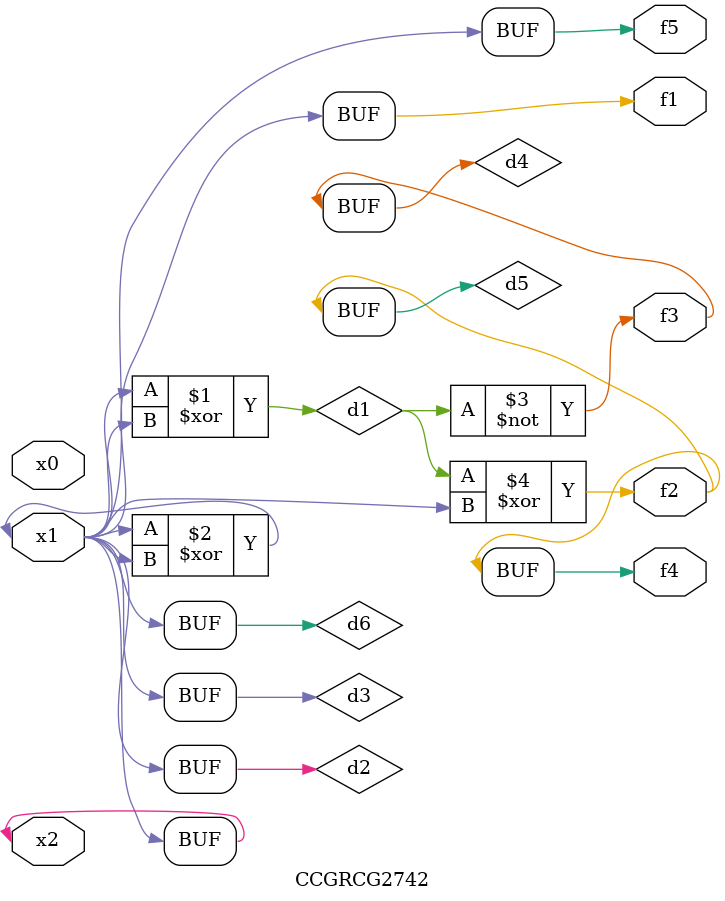
<source format=v>
module CCGRCG2742(
	input x0, x1, x2,
	output f1, f2, f3, f4, f5
);

	wire d1, d2, d3, d4, d5, d6;

	xor (d1, x1, x2);
	buf (d2, x1, x2);
	xor (d3, x1, x2);
	nor (d4, d1);
	xor (d5, d1, d2);
	buf (d6, d2, d3);
	assign f1 = d6;
	assign f2 = d5;
	assign f3 = d4;
	assign f4 = d5;
	assign f5 = d6;
endmodule

</source>
